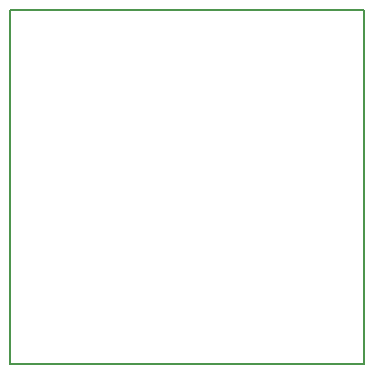
<source format=gbr>
G04 #@! TF.GenerationSoftware,KiCad,Pcbnew,5.1.5-52549c5~86~ubuntu16.04.1*
G04 #@! TF.CreationDate,2020-11-24T20:56:36+05:30*
G04 #@! TF.ProjectId,DC-DC 12V to 3.3V 5V Multi Output Voltage Conversion V1.0,44432d44-4320-4313-9256-20746f20332e,V1.0*
G04 #@! TF.SameCoordinates,Original*
G04 #@! TF.FileFunction,Profile,NP*
%FSLAX46Y46*%
G04 Gerber Fmt 4.6, Leading zero omitted, Abs format (unit mm)*
G04 Created by KiCad (PCBNEW 5.1.5-52549c5~86~ubuntu16.04.1) date 2020-11-24 20:56:36*
%MOMM*%
%LPD*%
G04 APERTURE LIST*
%ADD10C,0.150000*%
G04 APERTURE END LIST*
D10*
X159540000Y-76073000D02*
X159540000Y-106073000D01*
X129540000Y-106073000D02*
X159540000Y-106073000D01*
X129540000Y-76073000D02*
X129540000Y-106073000D01*
X129540000Y-76073000D02*
X159540000Y-76073000D01*
M02*

</source>
